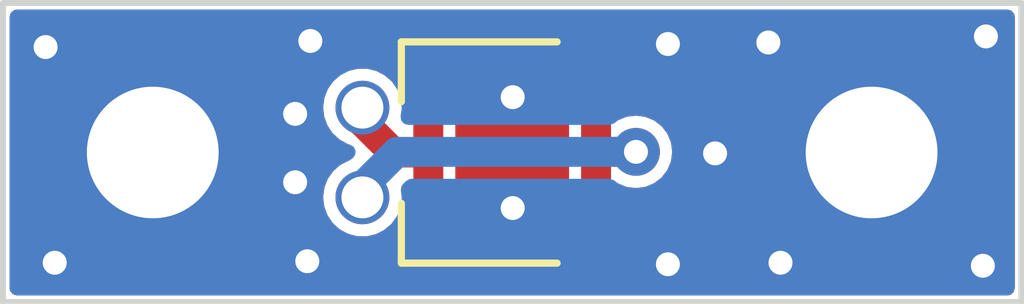
<source format=kicad_pcb>
(kicad_pcb (version 20211014) (generator pcbnew)
  (layers (0 "F.Cu" signal) (31 "B.Cu" signal) (34 "B.Paste" user) (35 "F.Paste" user) (36 "B.SilkS" user "B.Silkscreen") (37 "F.SilkS" user "F.Silkscreen") (38 "B.Mask" user) (39 "F.Mask" user) (44 "Edge.Cuts" user))
  (net 0 "")
  (net 1 "Net-(D1-Pad2)")
  (net 2 "Net-(D1-Pad1)")
  (net 3 "Net-(D1-Pad3)")
  (footprint "mount_holes:Hole_screw_M2" (layer "F.Cu") (at 53.7318 34.1484)
    (fp_text reference "U2" hide)
    (fp_text value "Mounting_Hole_M2" hide)
    (pad "1" thru_hole circle (at 0 0) (size 2.6 2.6) (drill 2.2) (layers *.Cu *.Mask) (net 3 "Net-(D1-Pad3)"))
  )
  (footprint "Wire_holes:WireHole_0p7" (layer "F.Cu") (at 57.2318 33.3984)
    (fp_text reference "D3" hide)
    (fp_text value "Conn_Hole_0p7" hide)
    (pad "1" thru_hole circle (at 0 0) (size 0.9 0.9) (drill 0.7) (layers *.Cu *.Mask) (net 2 "Net-(D1-Pad1)"))
  )
  (footprint "mount_holes:Hole_screw_M2" (layer "F.Cu") (at 65.7318 34.1484)
    (fp_text reference "U1" hide)
    (fp_text value "Mounting_Hole_M2" hide)
    (pad "1" thru_hole circle (at 0 0) (size 2.6 2.6) (drill 2.2) (layers *.Cu *.Mask) (net 3 "Net-(D1-Pad3)"))
  )
  (footprint "Wire_holes:WireHole_0p7" (layer "F.Cu") (at 57.2318 34.8984)
    (fp_text reference "D2" hide)
    (fp_text value "Conn_Hole_0p7" hide)
    (pad "1" thru_hole circle (at 0 0) (size 0.9 0.9) (drill 0.7) (layers *.Cu *.Mask) (net 1 "Net-(D1-Pad2)"))
  )
  (footprint "LED:LED_Cree-XHP35" (layer "F.Cu") (at 59.7318 34.1484)
    (fp_text reference "D1" hide)
    (fp_text value "LED_Cree_XHP50_6V" hide)
    (fp_line (start -1.85 -1.85) (end -1.85 -0.85) (layer "F.SilkS") (width 0.12))
    (fp_line (start -1.85 1.85) (end -1.85 0.85) (layer "F.SilkS") (width 0.12))
    (fp_line (start 0.75 1.85) (end -1.85 1.85) (layer "F.SilkS") (width 0.12))
    (fp_line (start 0.75 -1.85) (end -1.85 -1.85) (layer "F.SilkS") (width 0.12))
    (pad "1" smd rect locked (at -1.4 0) (size 0.5 3.3) (layers "F.Cu" "F.Paste" "F.Mask") (net 2 "Net-(D1-Pad1)"))
    (pad "2" smd rect locked (at 1.4 0) (size 0.5 3.3) (layers "F.Cu" "F.Paste" "F.Mask") (net 1 "Net-(D1-Pad2)"))
    (pad "3" smd rect locked (at 0 0) (size 1.3 3.3) (layers "F.Cu" "F.Mask") (net 3 "Net-(D1-Pad3)"))
  )
  (gr_line (start 51.2318 31.6484) (end 51.2318 36.6484) (layer "Edge.Cuts") (width 0.1))
  (gr_line (start 51.2318 31.6484) (end 68.2318 31.6484) (layer "Edge.Cuts") (width 0.1))
  (gr_line (start 51.2318 36.6484) (end 68.2318 36.6484) (layer "Edge.Cuts") (width 0.1))
  (gr_line (start 68.2318 31.6484) (end 68.2318 36.6484) (layer "Edge.Cuts") (width 0.1))
  (segment (start 61.1426 34.1376) (end 61.1318 34.1484) (width 0.5) (layer "F.Cu") (net 1))
  (segment (start 61.7982 34.1376) (end 61.1426 34.1376) (width 0.5) (layer "F.Cu") (net 1))
  (via (at 61.7982 34.1376) (size 0.8) (drill 0.4) (layers "F.Cu" "B.Cu") (net 1))
  (segment (start 57.8104 34.1376) (end 57.2262 34.7218) (width 0.5) (layer "B.Cu") (net 1))
  (segment (start 61.7982 34.1376) (end 57.8104 34.1376) (width 0.5) (layer "B.Cu") (net 1))
  (segment (start 57.2262 34.7218) (end 57.2318 34.7274) (width 0.5) (layer "B.Cu") (net 1))
  (segment (start 57.2318 34.7274) (end 57.2318 34.8984) (width 0.5) (layer "B.Cu") (net 1))
  (segment (start 57.2318 33.6352) (end 57.745 34.1484) (width 0.5) (layer "F.Cu") (net 2))
  (segment (start 57.2318 33.3984) (end 57.2318 33.6352) (width 0.5) (layer "F.Cu") (net 2))
  (segment (start 57.745 34.1484) (end 58.3318 34.1484) (width 0.5) (layer "F.Cu") (net 2))
  (via (at 56.3626 32.2834) (size 0.8) (drill 0.4) (layers "F.Cu" "B.Cu") (net 3))
  (via (at 64.008 32.3088) (size 0.8) (drill 0.4) (layers "F.Cu" "B.Cu") (net 3))
  (via (at 67.6402 32.2072) (size 0.8) (drill 0.4) (layers "F.Cu" "B.Cu") (net 3))
  (via (at 67.5894 36.0426) (size 0.8) (drill 0.4) (layers "F.Cu" "B.Cu") (net 3))
  (via (at 62.3316 36.0172) (size 0.8) (drill 0.4) (layers "F.Cu" "B.Cu") (net 3))
  (via (at 59.7408 35.0774) (size 0.8) (drill 0.4) (layers "F.Cu" "B.Cu") (net 3))
  (via (at 62.3316 32.3342) (size 0.8) (drill 0.4) (layers "F.Cu" "B.Cu") (net 3))
  (via (at 63.119 34.163) (size 0.8) (drill 0.4) (layers "F.Cu" "B.Cu") (net 3))
  (via (at 56.3118 35.9664) (size 0.8) (drill 0.4) (layers "F.Cu" "B.Cu") (net 3))
  (via (at 56.1086 33.5026) (size 0.8) (drill 0.4) (layers "F.Cu" "B.Cu") (net 3))
  (via (at 59.7408 33.2232) (size 0.8) (drill 0.4) (layers "F.Cu" "B.Cu") (net 3))
  (via (at 56.1086 34.6456) (size 0.8) (drill 0.4) (layers "F.Cu" "B.Cu") (net 3))
  (via (at 64.2112 35.9918) (size 0.8) (drill 0.4) (layers "F.Cu" "B.Cu") (net 3))
  (via (at 52.0954 35.9918) (size 0.8) (drill 0.4) (layers "F.Cu" "B.Cu") (net 3))
  (via (at 51.943 32.385) (size 0.8) (drill 0.4) (layers "F.Cu" "B.Cu") (net 3))
  (zone (net 3) (net_name "Net-(D1-Pad3)") (layers F&B.Cu) (connect_pads yes (clearance 0.108)) (min_thickness 0.254) (fill yes (thermal_gap 0.508) (thermal_bridge_width 0.508))
    (polygon (pts (xy 68.2244 36.6522) (xy 51.2318 36.6522) (xy 51.2318 31.6484) (xy 68.2244 31.6484)))
  )
)
</source>
